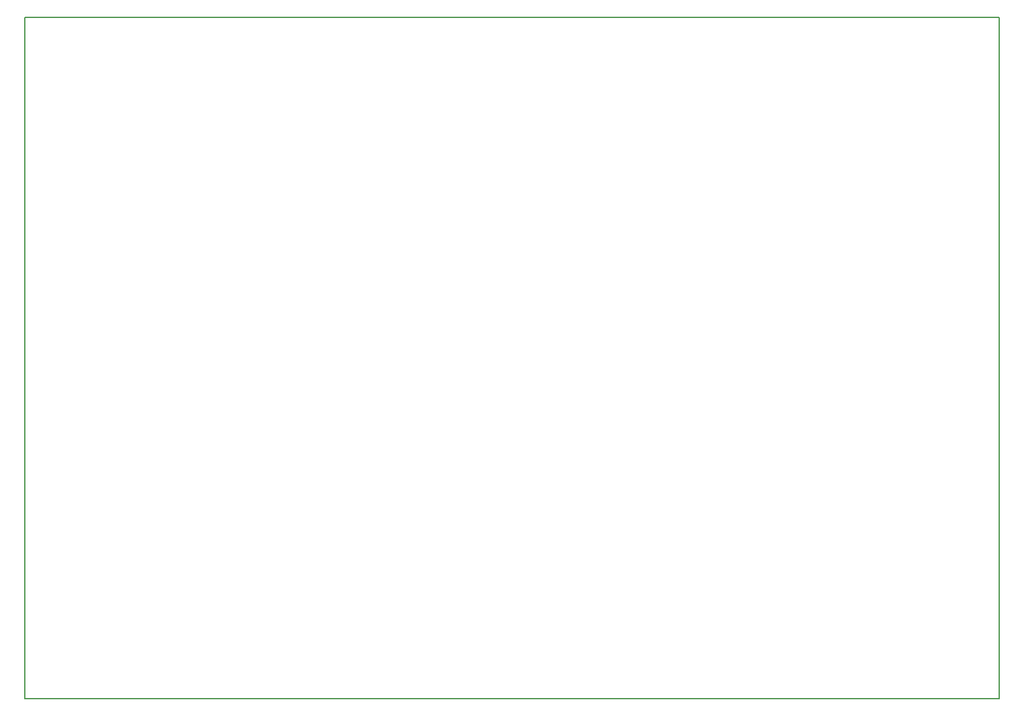
<source format=gbr>
G04 #@! TF.GenerationSoftware,KiCad,Pcbnew,(5.1.4)-1*
G04 #@! TF.CreationDate,2020-02-21T22:14:24+01:00*
G04 #@! TF.ProjectId,Project_GP8B,50726f6a-6563-4745-9f47-5038422e6b69,V4*
G04 #@! TF.SameCoordinates,PX3a2c940PY1e0a6e0*
G04 #@! TF.FileFunction,Profile,NP*
%FSLAX46Y46*%
G04 Gerber Fmt 4.6, Leading zero omitted, Abs format (unit mm)*
G04 Created by KiCad (PCBNEW (5.1.4)-1) date 2020-02-21 22:14:24*
%MOMM*%
%LPD*%
G04 APERTURE LIST*
%ADD10C,0.150000*%
G04 APERTURE END LIST*
D10*
X0Y-89500000D02*
X0Y-93000000D01*
X133000000Y-93000000D02*
X0Y-93000000D01*
X133000000Y-63500000D02*
X133000000Y-93000000D01*
X133000000Y0D02*
X0Y0D01*
X133000000Y-63500000D02*
X133000000Y0D01*
X0Y-44500000D02*
X0Y-89500000D01*
X0Y-44500000D02*
X0Y0D01*
M02*

</source>
